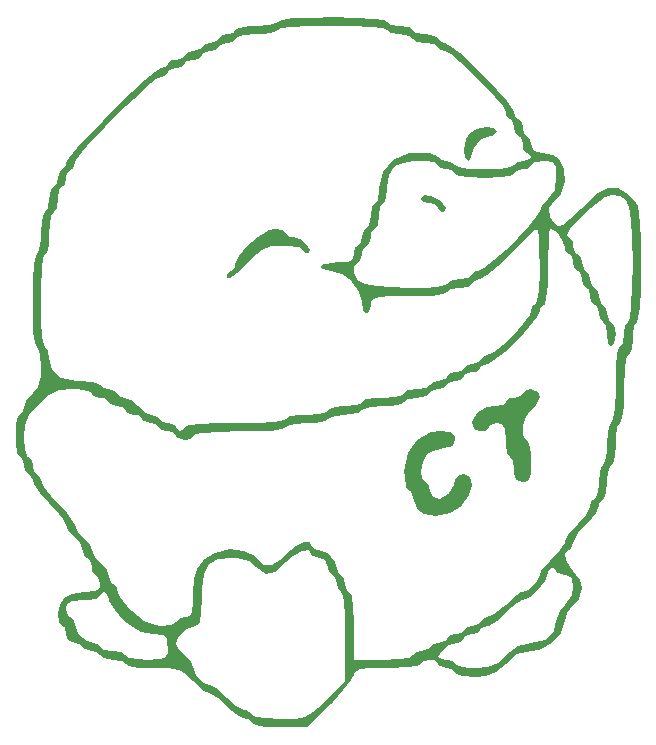
<source format=gbr>
%TF.GenerationSoftware,KiCad,Pcbnew,(7.0.0)*%
%TF.CreationDate,2023-10-03T20:22:14+02:00*%
%TF.ProjectId,qorthoz,716f7274-686f-47a2-9e6b-696361645f70,rev?*%
%TF.SameCoordinates,Original*%
%TF.FileFunction,Legend,Top*%
%TF.FilePolarity,Positive*%
%FSLAX46Y46*%
G04 Gerber Fmt 4.6, Leading zero omitted, Abs format (unit mm)*
G04 Created by KiCad (PCBNEW (7.0.0)) date 2023-10-03 20:22:14*
%MOMM*%
%LPD*%
G01*
G04 APERTURE LIST*
G04 APERTURE END LIST*
%TO.C,G\u002A\u002A\u002A*%
G36*
X132554363Y-46157822D02*
G01*
X133214036Y-46498796D01*
X133330835Y-46604464D01*
X133801364Y-47221725D01*
X133657356Y-47506679D01*
X133484155Y-47524384D01*
X133136804Y-47252147D01*
X133126408Y-47166637D01*
X132826778Y-46875974D01*
X132410915Y-46808891D01*
X131829589Y-46659075D01*
X131695422Y-46451144D01*
X131956158Y-46133313D01*
X132554363Y-46157822D01*
G37*
G36*
X137857233Y-40443066D02*
G01*
X138134859Y-40727200D01*
X137843377Y-41040452D01*
X137572686Y-41084947D01*
X136764526Y-41387649D01*
X136146086Y-42093669D01*
X135988380Y-42669253D01*
X135802892Y-43161506D01*
X135630634Y-43231426D01*
X135364461Y-42924511D01*
X135272887Y-42311506D01*
X135464205Y-41403885D01*
X135783954Y-40880520D01*
X136400118Y-40533900D01*
X137185122Y-40381957D01*
X137857233Y-40443066D01*
G37*
G36*
X120019244Y-49076361D02*
G01*
X120247535Y-49313116D01*
X120539017Y-49626368D01*
X120809708Y-49670862D01*
X121436408Y-49867797D01*
X121999491Y-50315857D01*
X122278462Y-50800923D01*
X122208752Y-51029447D01*
X121874410Y-51002034D01*
X121778605Y-50833538D01*
X121329094Y-50539928D01*
X120353719Y-50394321D01*
X120010802Y-50386355D01*
X118984422Y-50456337D01*
X118212490Y-50759441D01*
X117403713Y-51435405D01*
X117027817Y-51817341D01*
X116093662Y-52747173D01*
X115538227Y-53174699D01*
X115282358Y-53147411D01*
X115239084Y-52890581D01*
X115511321Y-52543230D01*
X115596831Y-52532834D01*
X115912275Y-52242255D01*
X115954577Y-51984290D01*
X116237290Y-51281177D01*
X116944352Y-50439484D01*
X117864149Y-49648472D01*
X118785065Y-49097402D01*
X119341244Y-48955369D01*
X120019244Y-49076361D01*
G37*
G36*
X134158815Y-66205016D02*
G01*
X134513173Y-66509890D01*
X134557394Y-66842693D01*
X134354417Y-67398057D01*
X133644291Y-67558180D01*
X133637475Y-67558186D01*
X132729853Y-67749504D01*
X132206489Y-68069253D01*
X131859869Y-68685417D01*
X131707926Y-69470421D01*
X131769035Y-70142532D01*
X132053169Y-70420158D01*
X132343832Y-70719788D01*
X132410915Y-71135651D01*
X132653545Y-71714637D01*
X133242774Y-71815560D01*
X133970616Y-71412421D01*
X134046328Y-71340078D01*
X134477687Y-70647099D01*
X134557394Y-70266838D01*
X134856443Y-69801961D01*
X135272887Y-69704665D01*
X135833121Y-69965387D01*
X135992219Y-70621275D01*
X135761593Y-71482915D01*
X135152652Y-72360889D01*
X135110275Y-72404025D01*
X134122189Y-73033526D01*
X132970128Y-73272819D01*
X131923672Y-73096801D01*
X131427113Y-72747002D01*
X131040039Y-72031072D01*
X130979930Y-71687370D01*
X130791373Y-71201681D01*
X130622183Y-71135651D01*
X130409728Y-70815706D01*
X130281545Y-70005369D01*
X130264437Y-69509531D01*
X130533532Y-67929757D01*
X131301507Y-66807751D01*
X132509393Y-66209454D01*
X133289020Y-66127200D01*
X134158815Y-66205016D01*
G37*
G36*
X141600065Y-62804573D02*
G01*
X141712324Y-63186253D01*
X141442406Y-63877909D01*
X140996831Y-64338468D01*
X140561094Y-64903055D01*
X140311610Y-65678428D01*
X140285650Y-66403694D01*
X140520485Y-66817960D01*
X140639084Y-66842693D01*
X140843158Y-67164441D01*
X140972689Y-67987097D01*
X140996831Y-68631426D01*
X140959161Y-69704315D01*
X140799269Y-70239405D01*
X140446831Y-70412504D01*
X140281338Y-70420158D01*
X139757619Y-70251500D01*
X139573226Y-69623963D01*
X139565845Y-69346919D01*
X139462222Y-68593362D01*
X139212549Y-68273762D01*
X139208099Y-68273679D01*
X138984077Y-67956304D01*
X138859474Y-67163462D01*
X138850352Y-66842693D01*
X138790352Y-65906490D01*
X138547840Y-65492725D01*
X138134859Y-65411707D01*
X137553533Y-65561523D01*
X137419366Y-65769454D01*
X137119736Y-66060117D01*
X136703873Y-66127200D01*
X136124887Y-65884571D01*
X136023964Y-65295342D01*
X136427103Y-64567500D01*
X136499447Y-64491788D01*
X137241765Y-64093842D01*
X137930433Y-63980722D01*
X138614878Y-63861366D01*
X138850352Y-63622975D01*
X139149982Y-63332312D01*
X139565845Y-63265229D01*
X140147171Y-63115414D01*
X140281338Y-62907482D01*
X140580968Y-62616819D01*
X140996831Y-62549736D01*
X141600065Y-62804573D01*
G37*
G36*
X98782746Y-55037060D02*
G01*
X99498239Y-55037060D01*
X99529338Y-56812653D01*
X99617092Y-58112018D01*
X99753190Y-58843729D01*
X99855986Y-58972271D01*
X100122159Y-59279186D01*
X100213732Y-59892190D01*
X100458777Y-60948581D01*
X101225706Y-61582379D01*
X102562218Y-61828439D01*
X102871278Y-61834243D01*
X103840184Y-61904255D01*
X104426665Y-62081681D01*
X104506690Y-62191989D01*
X104806320Y-62482652D01*
X105222183Y-62549736D01*
X105803509Y-62699551D01*
X105937676Y-62907482D01*
X106233510Y-63209296D01*
X106574193Y-63265229D01*
X107265849Y-63535147D01*
X107726408Y-63980722D01*
X108369286Y-64539511D01*
X108878624Y-64696215D01*
X109415623Y-64862485D01*
X109515141Y-65053961D01*
X109814771Y-65344624D01*
X110230634Y-65411707D01*
X110811960Y-65561523D01*
X110946127Y-65769454D01*
X111218363Y-66116805D01*
X111303873Y-66127200D01*
X111651224Y-65854964D01*
X111661620Y-65769454D01*
X112005326Y-65612418D01*
X112981901Y-65496231D01*
X114509531Y-65427713D01*
X115954577Y-65411707D01*
X117839015Y-65383065D01*
X119233248Y-65301684D01*
X120055463Y-65174381D01*
X120247535Y-65053961D01*
X120569282Y-64849887D01*
X121391939Y-64720357D01*
X122036268Y-64696215D01*
X123056638Y-64631865D01*
X123704288Y-64467334D01*
X123825000Y-64338468D01*
X124142375Y-64114446D01*
X124935217Y-63989844D01*
X125255986Y-63980722D01*
X126152073Y-63901378D01*
X126650482Y-63703167D01*
X126686972Y-63622975D01*
X127008719Y-63418901D01*
X127831376Y-63289371D01*
X128475704Y-63265229D01*
X129496074Y-63200879D01*
X130143725Y-63036348D01*
X130264437Y-62907482D01*
X130575307Y-62656297D01*
X131324324Y-62549763D01*
X131337676Y-62549736D01*
X132091232Y-62446112D01*
X132410833Y-62196440D01*
X132410915Y-62191989D01*
X132710546Y-61901326D01*
X133126408Y-61834243D01*
X133707735Y-61684428D01*
X133841901Y-61476496D01*
X134141532Y-61185833D01*
X134557394Y-61118750D01*
X135138721Y-60968935D01*
X135272887Y-60761003D01*
X135572517Y-60470340D01*
X135988380Y-60403257D01*
X136569706Y-60253442D01*
X136703873Y-60045510D01*
X136994283Y-59729659D01*
X137249907Y-59687764D01*
X137813983Y-59433311D01*
X138636140Y-58788014D01*
X139539285Y-57928966D01*
X140346325Y-57033262D01*
X140880166Y-56277994D01*
X140996831Y-55940840D01*
X141187099Y-55458751D01*
X141354577Y-55394806D01*
X141525995Y-55057089D01*
X141648272Y-54122236D01*
X141708361Y-52707693D01*
X141712324Y-52175088D01*
X141691892Y-50757155D01*
X141637162Y-49657835D01*
X141557985Y-49036756D01*
X141513639Y-48955369D01*
X141189378Y-49193365D01*
X140497944Y-49827542D01*
X139567925Y-50738182D01*
X139208099Y-51101848D01*
X138175937Y-52089443D01*
X137274888Y-52837173D01*
X136657670Y-53221954D01*
X136544812Y-53248327D01*
X136056155Y-53435488D01*
X135988380Y-53606074D01*
X135677510Y-53857259D01*
X134928493Y-53963793D01*
X134915141Y-53963820D01*
X134161584Y-54067444D01*
X133841984Y-54317116D01*
X133841901Y-54321567D01*
X133504185Y-54492984D01*
X132569332Y-54615262D01*
X131154788Y-54675350D01*
X130622183Y-54679313D01*
X129092458Y-54691268D01*
X128141913Y-54747309D01*
X127634368Y-54877698D01*
X127433645Y-55112696D01*
X127402465Y-55394806D01*
X127252650Y-55976132D01*
X127044718Y-56110299D01*
X126777553Y-55803657D01*
X126686972Y-55199672D01*
X126439403Y-54319912D01*
X125840485Y-53443144D01*
X125808867Y-53410939D01*
X124942516Y-52801326D01*
X124053489Y-52533400D01*
X124020134Y-52532834D01*
X123340078Y-52412368D01*
X123109507Y-52175088D01*
X123239651Y-52083225D01*
X126015191Y-52083225D01*
X126033082Y-52693553D01*
X126367304Y-53367346D01*
X126418662Y-53428692D01*
X126927303Y-53644258D01*
X127912548Y-53809789D01*
X129195059Y-53920999D01*
X130595500Y-53973603D01*
X131934533Y-53963316D01*
X133032822Y-53885852D01*
X133711029Y-53736926D01*
X133841901Y-53606074D01*
X134152772Y-53354888D01*
X134901788Y-53248355D01*
X134915141Y-53248327D01*
X135668697Y-53144704D01*
X135988298Y-52895032D01*
X135988380Y-52890581D01*
X136278599Y-52574276D01*
X136531625Y-52532834D01*
X137023210Y-52286856D01*
X137838075Y-51643637D01*
X138831945Y-50745254D01*
X139860543Y-49733783D01*
X140779594Y-48751300D01*
X141444824Y-47939880D01*
X141711957Y-47441601D01*
X141712324Y-47431111D01*
X141976733Y-46880837D01*
X142427817Y-46451144D01*
X142989280Y-45689993D01*
X143143310Y-44583436D01*
X143094209Y-43699046D01*
X142835658Y-43318663D01*
X142200785Y-43232071D01*
X142070070Y-43231426D01*
X141316514Y-43335049D01*
X140996913Y-43584721D01*
X140996831Y-43589172D01*
X140697201Y-43879835D01*
X140281338Y-43946919D01*
X139700012Y-44096734D01*
X139565845Y-44304665D01*
X139234958Y-44488181D01*
X138348117Y-44614988D01*
X137064050Y-44662412D01*
X137061620Y-44662412D01*
X135777012Y-44615142D01*
X134889361Y-44488451D01*
X134557395Y-44305012D01*
X134557394Y-44304665D01*
X134257764Y-44014002D01*
X133841901Y-43946919D01*
X133260575Y-43797104D01*
X133126408Y-43589172D01*
X132817087Y-43343704D01*
X132050996Y-43238456D01*
X131070944Y-43263586D01*
X130119742Y-43409249D01*
X129440197Y-43665601D01*
X129344517Y-43742492D01*
X128997161Y-44432415D01*
X128835022Y-45429354D01*
X128833451Y-45531225D01*
X128745268Y-46368927D01*
X128527891Y-46795233D01*
X128475704Y-46808891D01*
X128224519Y-47119761D01*
X128117985Y-47868778D01*
X128117958Y-47882130D01*
X128014334Y-48635686D01*
X127764662Y-48955287D01*
X127760211Y-48955369D01*
X127469548Y-49255000D01*
X127402465Y-49670862D01*
X127252650Y-50252189D01*
X127044718Y-50386355D01*
X126754055Y-50685986D01*
X126686972Y-51101848D01*
X126537157Y-51683175D01*
X126329225Y-51817341D01*
X126015191Y-52083225D01*
X123239651Y-52083225D01*
X123426882Y-51951066D01*
X124219724Y-51826464D01*
X124540493Y-51817341D01*
X125476696Y-51757341D01*
X125890461Y-51514829D01*
X125971479Y-51101848D01*
X126121294Y-50520522D01*
X126329225Y-50386355D01*
X126619888Y-50086725D01*
X126686972Y-49670862D01*
X126836787Y-49089536D01*
X127044718Y-48955369D01*
X127295904Y-48644499D01*
X127402437Y-47895482D01*
X127402465Y-47882130D01*
X127506088Y-47128574D01*
X127755760Y-46808973D01*
X127760211Y-46808891D01*
X127995455Y-46494114D01*
X128114407Y-45718865D01*
X128117958Y-45540517D01*
X128418882Y-44127834D01*
X129277692Y-43124502D01*
X130628447Y-42589487D01*
X131500288Y-42515933D01*
X132465994Y-42586321D01*
X133048644Y-42764595D01*
X133126408Y-42873679D01*
X133426039Y-43164342D01*
X133841901Y-43231426D01*
X134423228Y-43381241D01*
X134557394Y-43589172D01*
X134888281Y-43772688D01*
X135775122Y-43899495D01*
X137059190Y-43946919D01*
X137061620Y-43946919D01*
X138346227Y-43899649D01*
X139233878Y-43772958D01*
X139565844Y-43589519D01*
X139565845Y-43589172D01*
X139865475Y-43298509D01*
X140281338Y-43231426D01*
X140862664Y-43081611D01*
X140996831Y-42873679D01*
X140724595Y-42526329D01*
X140639084Y-42515933D01*
X140348421Y-42216303D01*
X140281338Y-41800440D01*
X140131523Y-41219114D01*
X139923591Y-41084947D01*
X139632928Y-40785317D01*
X139565845Y-40369454D01*
X139416030Y-39788128D01*
X139208099Y-39653961D01*
X138891794Y-39363742D01*
X138850352Y-39110716D01*
X138600665Y-38601190D01*
X137947587Y-37774851D01*
X137035091Y-36775673D01*
X136007148Y-35747628D01*
X135007732Y-34834689D01*
X134180815Y-34180828D01*
X133670371Y-33930019D01*
X133669653Y-33930017D01*
X133189339Y-33738898D01*
X133126408Y-33572271D01*
X132815538Y-33321085D01*
X132066521Y-33214552D01*
X132053169Y-33214524D01*
X131299613Y-33110901D01*
X130980012Y-32861229D01*
X130979930Y-32856778D01*
X130669059Y-32605592D01*
X129920043Y-32499059D01*
X129906690Y-32499031D01*
X129153134Y-32395408D01*
X128833533Y-32145736D01*
X128833451Y-32141285D01*
X128488381Y-31988287D01*
X127502357Y-31873951D01*
X125949157Y-31803954D01*
X124182746Y-31783538D01*
X122193768Y-31810082D01*
X120707406Y-31885930D01*
X119797439Y-32005407D01*
X119532042Y-32141285D01*
X119210295Y-32345359D01*
X118387638Y-32474889D01*
X117743310Y-32499031D01*
X116722940Y-32563381D01*
X116075289Y-32727912D01*
X115954577Y-32856778D01*
X115654947Y-33147441D01*
X115239084Y-33214524D01*
X114657758Y-33364339D01*
X114523591Y-33572271D01*
X114223961Y-33862934D01*
X113808099Y-33930017D01*
X113226772Y-34079832D01*
X113092606Y-34287764D01*
X112792975Y-34578427D01*
X112377113Y-34645510D01*
X111795786Y-34795325D01*
X111661620Y-35003257D01*
X111361989Y-35293920D01*
X110946127Y-35361003D01*
X110364800Y-35510818D01*
X110230634Y-35718750D01*
X109940555Y-36035386D01*
X109689428Y-36076496D01*
X109225251Y-36323765D01*
X108401430Y-36987532D01*
X107335025Y-37950738D01*
X106143095Y-39096323D01*
X104942699Y-40307227D01*
X103850898Y-41466392D01*
X102984751Y-42456756D01*
X102461317Y-43161262D01*
X102360211Y-43405713D01*
X102168464Y-43884726D01*
X102002465Y-43946919D01*
X101711802Y-44246549D01*
X101644718Y-44662412D01*
X101494903Y-45243738D01*
X101286972Y-45377905D01*
X101035786Y-45688775D01*
X100929253Y-46437792D01*
X100929225Y-46451144D01*
X100825602Y-47204701D01*
X100575930Y-47524301D01*
X100571479Y-47524384D01*
X100367405Y-47846131D01*
X100237875Y-48668787D01*
X100213732Y-49313116D01*
X100149383Y-50333486D01*
X99984852Y-50981137D01*
X99855986Y-51101848D01*
X99694568Y-51443930D01*
X99576444Y-52409224D01*
X99509925Y-53906306D01*
X99498239Y-55037060D01*
X98782746Y-55037060D01*
X98813845Y-53261466D01*
X98901599Y-51962101D01*
X99037697Y-51230390D01*
X99140493Y-51101848D01*
X99344567Y-50780101D01*
X99474097Y-49957444D01*
X99498239Y-49313116D01*
X99562589Y-48292746D01*
X99727120Y-47645095D01*
X99855986Y-47524384D01*
X100107171Y-47213513D01*
X100213705Y-46464497D01*
X100213732Y-46451144D01*
X100317356Y-45697588D01*
X100567028Y-45377987D01*
X100571479Y-45377905D01*
X100862142Y-45078274D01*
X100929225Y-44662412D01*
X101079040Y-44081085D01*
X101286972Y-43946919D01*
X101603678Y-43656870D01*
X101644718Y-43406139D01*
X101891624Y-42952411D01*
X102558375Y-42129849D01*
X103534027Y-41049401D01*
X104707631Y-39822013D01*
X105968241Y-38558632D01*
X107204911Y-37370205D01*
X108306693Y-36367678D01*
X109162641Y-35661998D01*
X109661808Y-35364112D01*
X109689854Y-35361003D01*
X110168596Y-35169125D01*
X110230634Y-35003257D01*
X110530264Y-34712594D01*
X110946127Y-34645510D01*
X111527453Y-34495695D01*
X111661620Y-34287764D01*
X111961250Y-33997101D01*
X112377113Y-33930017D01*
X112958439Y-33780202D01*
X113092606Y-33572271D01*
X113392236Y-33281608D01*
X113808099Y-33214524D01*
X114389425Y-33064709D01*
X114523591Y-32856778D01*
X114823222Y-32566115D01*
X115239084Y-32499031D01*
X115820411Y-32349216D01*
X115954577Y-32141285D01*
X116276325Y-31937211D01*
X117098981Y-31807681D01*
X117743310Y-31783538D01*
X118763680Y-31719189D01*
X119411330Y-31554658D01*
X119532042Y-31425792D01*
X119877112Y-31272794D01*
X120863136Y-31158458D01*
X122416336Y-31088461D01*
X124182746Y-31068046D01*
X126171725Y-31094589D01*
X127658087Y-31170437D01*
X128568053Y-31289914D01*
X128833451Y-31425792D01*
X129144321Y-31676977D01*
X129893338Y-31783511D01*
X129906690Y-31783538D01*
X130660246Y-31887162D01*
X130979847Y-32136834D01*
X130979930Y-32141285D01*
X131290800Y-32392470D01*
X132039817Y-32499004D01*
X132053169Y-32499031D01*
X132806725Y-32602655D01*
X133126326Y-32852327D01*
X133126408Y-32856778D01*
X133416568Y-33173221D01*
X133668798Y-33214524D01*
X134160074Y-33463072D01*
X134985999Y-34120004D01*
X136013505Y-35052251D01*
X137109524Y-36126745D01*
X138140987Y-37210418D01*
X138974827Y-38170201D01*
X139477974Y-38873027D01*
X139565845Y-39111571D01*
X139757227Y-39591340D01*
X139923591Y-39653961D01*
X140214255Y-39953591D01*
X140281338Y-40369454D01*
X140431153Y-40950780D01*
X140639084Y-41084947D01*
X140929748Y-41384577D01*
X140996831Y-41800440D01*
X141199809Y-42355803D01*
X141909934Y-42515927D01*
X141916750Y-42515933D01*
X142824372Y-42707251D01*
X143347736Y-43026999D01*
X143782116Y-43886156D01*
X143837731Y-44984031D01*
X143534193Y-45992127D01*
X143143310Y-46451144D01*
X142509785Y-47191132D01*
X142589780Y-47984055D01*
X142963594Y-48469014D01*
X143298089Y-48695287D01*
X143690052Y-48620685D01*
X144276365Y-48169239D01*
X145193912Y-47264980D01*
X145265720Y-47191348D01*
X146502089Y-46053959D01*
X147488627Y-45501456D01*
X148346050Y-45506661D01*
X149195075Y-46042396D01*
X149420134Y-46256010D01*
X149773294Y-46642309D01*
X150016379Y-47060276D01*
X150169900Y-47643616D01*
X150254369Y-48526036D01*
X150290299Y-49841243D01*
X150298201Y-51722944D01*
X150298239Y-51979953D01*
X150272716Y-54024304D01*
X150199588Y-55559834D01*
X150084019Y-56516611D01*
X149940493Y-56825792D01*
X149716471Y-57143167D01*
X149591869Y-57936009D01*
X149582746Y-58256778D01*
X149503403Y-59152865D01*
X149305192Y-59651274D01*
X149225000Y-59687764D01*
X149047835Y-60022480D01*
X148923338Y-60936296D01*
X148868446Y-62293709D01*
X148867253Y-62549736D01*
X148825414Y-63967055D01*
X148711187Y-64963033D01*
X148541510Y-65402168D01*
X148509507Y-65411707D01*
X148305433Y-65733455D01*
X148175903Y-66556111D01*
X148151761Y-67200440D01*
X148087411Y-68220810D01*
X147922880Y-68868461D01*
X147794014Y-68989172D01*
X147569992Y-69306547D01*
X147445390Y-70099389D01*
X147436268Y-70420158D01*
X147356924Y-71316245D01*
X147158713Y-71814655D01*
X147078521Y-71851144D01*
X146766826Y-72143252D01*
X146720775Y-72423106D01*
X146474996Y-73015918D01*
X145863410Y-73784261D01*
X145647535Y-73997623D01*
X144965982Y-74765272D01*
X144596259Y-75436577D01*
X144574296Y-75572140D01*
X144391590Y-76070475D01*
X144216549Y-76144102D01*
X143885121Y-76393866D01*
X143913982Y-76971836D01*
X144251735Y-77621032D01*
X144574296Y-77932834D01*
X145132714Y-78678813D01*
X145289789Y-79363820D01*
X145021275Y-80271706D01*
X144574296Y-80794806D01*
X144010776Y-81521656D01*
X143858803Y-82142156D01*
X143539874Y-83160278D01*
X142730579Y-84054173D01*
X141652158Y-84625115D01*
X140977750Y-84730017D01*
X139835112Y-85008717D01*
X138850352Y-85803257D01*
X138046419Y-86510564D01*
X137181037Y-86819449D01*
X136202595Y-86876496D01*
X135230328Y-86806876D01*
X134639827Y-86630334D01*
X134557394Y-86518750D01*
X134257764Y-86228087D01*
X133841901Y-86161003D01*
X133260575Y-86011188D01*
X133126408Y-85803257D01*
X132826778Y-85512594D01*
X132410915Y-85445510D01*
X131829589Y-85595325D01*
X131695422Y-85803257D01*
X131360706Y-85980422D01*
X130446890Y-86104919D01*
X129089477Y-86159811D01*
X128833451Y-86161003D01*
X127369008Y-86185573D01*
X126490044Y-86275621D01*
X126067717Y-86455654D01*
X125971479Y-86705400D01*
X125731829Y-87205112D01*
X125097838Y-88031558D01*
X124196942Y-89021903D01*
X124011650Y-89209625D01*
X122051822Y-91169454D01*
X119718693Y-91169454D01*
X118500489Y-91119059D01*
X117666098Y-90985488D01*
X117385563Y-90811707D01*
X117093455Y-90500013D01*
X116813602Y-90453961D01*
X116220790Y-90208182D01*
X115452447Y-89596596D01*
X115239084Y-89380722D01*
X114509432Y-88703230D01*
X113921135Y-88331695D01*
X113808099Y-88307482D01*
X113311175Y-88065042D01*
X112598364Y-87460746D01*
X112377113Y-87234243D01*
X111764138Y-86648731D01*
X111151837Y-86325912D01*
X110299432Y-86188952D01*
X109013863Y-86161003D01*
X107784822Y-86111139D01*
X106941785Y-85978722D01*
X106653169Y-85803257D01*
X106342299Y-85552071D01*
X105593282Y-85445538D01*
X105579930Y-85445510D01*
X104826373Y-85341887D01*
X104506773Y-85092215D01*
X104506690Y-85087764D01*
X104207060Y-84797101D01*
X103791197Y-84730017D01*
X103209871Y-84580202D01*
X103075704Y-84372271D01*
X102776074Y-84081608D01*
X102360211Y-84014524D01*
X101762307Y-83761559D01*
X101644718Y-83299031D01*
X101494903Y-82717705D01*
X101286972Y-82583538D01*
X100999342Y-82295189D01*
X100942762Y-81617961D01*
X101035382Y-81152553D01*
X101644718Y-81152553D01*
X101794533Y-81733879D01*
X102002465Y-81868046D01*
X102315717Y-82159527D01*
X102360211Y-82430219D01*
X102662913Y-83238379D01*
X103368933Y-83856819D01*
X103944517Y-84014524D01*
X104436770Y-84200013D01*
X104506690Y-84372271D01*
X104817560Y-84623456D01*
X105566577Y-84729990D01*
X105579930Y-84730017D01*
X106333486Y-84833641D01*
X106653087Y-85083313D01*
X106653169Y-85087764D01*
X106974916Y-85291838D01*
X107797573Y-85421368D01*
X108441901Y-85445510D01*
X109500787Y-85422062D01*
X110028815Y-85277893D01*
X110210549Y-84902263D01*
X110230634Y-84372271D01*
X110203515Y-84088868D01*
X110946127Y-84088868D01*
X111211150Y-84654588D01*
X111661620Y-85087764D01*
X112216458Y-85666648D01*
X112377113Y-86086659D01*
X112650503Y-86778870D01*
X113264933Y-87385096D01*
X113817887Y-87591989D01*
X114308311Y-87834202D01*
X115017317Y-88438002D01*
X115239084Y-88665229D01*
X116006734Y-89346782D01*
X116678039Y-89716505D01*
X116813602Y-89738468D01*
X117311936Y-89921174D01*
X117385563Y-90096215D01*
X117714248Y-90282974D01*
X118585524Y-90410903D01*
X119720330Y-90453961D01*
X121003624Y-90429921D01*
X121849762Y-90282354D01*
X122537003Y-89898093D01*
X123343610Y-89163968D01*
X123655541Y-88853516D01*
X125255986Y-87253071D01*
X125255986Y-83487319D01*
X125223572Y-81764934D01*
X125132451Y-80511526D01*
X124991807Y-79823750D01*
X124898239Y-79721567D01*
X124607576Y-79421936D01*
X124540493Y-79006074D01*
X124390678Y-78424747D01*
X124182746Y-78290581D01*
X123892083Y-77990951D01*
X123825000Y-77575088D01*
X123572035Y-76977183D01*
X123109507Y-76859595D01*
X122528181Y-76709780D01*
X122394014Y-76501848D01*
X122161867Y-76151753D01*
X121575125Y-76239169D01*
X120798337Y-76709246D01*
X120247535Y-77217341D01*
X119313220Y-78041305D01*
X118576756Y-78234050D01*
X117929852Y-77811046D01*
X117743310Y-77575088D01*
X117116548Y-77066815D01*
X116085460Y-76869323D01*
X115671175Y-76859595D01*
X114454429Y-76964151D01*
X113682915Y-77358732D01*
X113263850Y-78164709D01*
X113104449Y-79503453D01*
X113092606Y-80232633D01*
X113060330Y-81532528D01*
X112941087Y-82259543D01*
X112701248Y-82554298D01*
X112530433Y-82583538D01*
X111755499Y-82866541D01*
X111130323Y-83519099D01*
X110946127Y-84088868D01*
X110203515Y-84088868D01*
X110161862Y-83653570D01*
X109811446Y-83356999D01*
X108966596Y-83299031D01*
X107940198Y-83135000D01*
X106992413Y-82550322D01*
X106462371Y-82058844D01*
X105733689Y-81224784D01*
X105287725Y-80511233D01*
X105222183Y-80270111D01*
X105032675Y-79786430D01*
X104864437Y-79721567D01*
X104517086Y-79993803D01*
X104506690Y-80079313D01*
X104189315Y-80303335D01*
X103396473Y-80427937D01*
X103075704Y-80437060D01*
X102139501Y-80497060D01*
X101725736Y-80739572D01*
X101644718Y-81152553D01*
X101035382Y-81152553D01*
X101098859Y-80833586D01*
X101440292Y-80232633D01*
X102130215Y-79885277D01*
X103127153Y-79723138D01*
X103229024Y-79721567D01*
X104102696Y-79644978D01*
X104460551Y-79344309D01*
X104506690Y-79006074D01*
X104356875Y-78424747D01*
X104148944Y-78290581D01*
X103858280Y-77990951D01*
X103791197Y-77575088D01*
X103641382Y-76993762D01*
X103433451Y-76859595D01*
X103131637Y-76563760D01*
X103075704Y-76223078D01*
X102805786Y-75531421D01*
X102360211Y-75070862D01*
X101805307Y-74490952D01*
X101644718Y-74069473D01*
X101402726Y-73567541D01*
X100780179Y-72793035D01*
X100213732Y-72208891D01*
X99417849Y-71348165D01*
X98898304Y-70602049D01*
X98782746Y-70269332D01*
X98597975Y-69775524D01*
X98425000Y-69704665D01*
X98134337Y-69405035D01*
X98067253Y-68989172D01*
X97917438Y-68407846D01*
X97709507Y-68273679D01*
X97505433Y-67951932D01*
X97375903Y-67129275D01*
X97358016Y-66651895D01*
X98067253Y-66651895D01*
X98137818Y-67616105D01*
X98316491Y-68196961D01*
X98425000Y-68273679D01*
X98715663Y-68573309D01*
X98782746Y-68989172D01*
X98932561Y-69570498D01*
X99140493Y-69704665D01*
X99453346Y-69996308D01*
X99498239Y-70269332D01*
X99741629Y-70817236D01*
X100367419Y-71623508D01*
X100929225Y-72208891D01*
X101723031Y-73053714D01*
X102242647Y-73764259D01*
X102360211Y-74069473D01*
X102625315Y-74637229D01*
X103075704Y-75070862D01*
X103632482Y-75680545D01*
X103791197Y-76144102D01*
X104058612Y-76770707D01*
X104506690Y-77217341D01*
X105065479Y-77860218D01*
X105222183Y-78369557D01*
X105388453Y-78906556D01*
X105579930Y-79006074D01*
X105895374Y-79296653D01*
X105937676Y-79554618D01*
X106175922Y-80115166D01*
X106780901Y-80917398D01*
X107177864Y-81343351D01*
X108191146Y-82189447D01*
X109143323Y-82545702D01*
X109682089Y-82583538D01*
X110514422Y-82494473D01*
X110934023Y-82275208D01*
X110946127Y-82225792D01*
X111245757Y-81935129D01*
X111661620Y-81868046D01*
X112073773Y-81783348D01*
X112289252Y-81416583D01*
X112369011Y-80598745D01*
X112377113Y-79884179D01*
X112440830Y-78604165D01*
X112687927Y-77759199D01*
X113202315Y-77075785D01*
X113255218Y-77022207D01*
X114267530Y-76383172D01*
X115498310Y-76109845D01*
X116694832Y-76211381D01*
X117604371Y-76696938D01*
X117743310Y-76859595D01*
X118384496Y-77458487D01*
X119083799Y-77446122D01*
X119949510Y-76807030D01*
X120247535Y-76501848D01*
X121059573Y-75803691D01*
X121793045Y-75451036D01*
X122283402Y-75498731D01*
X122394014Y-75786355D01*
X122685496Y-76099607D01*
X122956187Y-76144102D01*
X123764347Y-76446804D01*
X124382787Y-77152824D01*
X124540493Y-77728408D01*
X124725981Y-78220661D01*
X124898239Y-78290581D01*
X125188902Y-78590211D01*
X125255986Y-79006074D01*
X125405801Y-79587400D01*
X125613732Y-79721567D01*
X125790897Y-80056283D01*
X125915394Y-80970099D01*
X125970286Y-82327512D01*
X125971479Y-82583538D01*
X125971479Y-85445510D01*
X128475704Y-85445510D01*
X129760311Y-85398241D01*
X130647962Y-85271549D01*
X130703094Y-85241084D01*
X133126408Y-85241084D01*
X133427161Y-85407407D01*
X133841901Y-85445510D01*
X134423228Y-85595325D01*
X134557394Y-85803257D01*
X134877565Y-86014675D01*
X135689442Y-86143078D01*
X136202595Y-86161003D01*
X137374117Y-86067582D01*
X138199132Y-85691283D01*
X138850352Y-85087764D01*
X139920679Y-84249579D01*
X140987042Y-84014524D01*
X142212055Y-83756709D01*
X142951939Y-83027189D01*
X143143310Y-82151448D01*
X143419482Y-81289815D01*
X143858803Y-80794806D01*
X144436390Y-79999942D01*
X144574296Y-79284844D01*
X144441104Y-78535289D01*
X143959398Y-78293629D01*
X143858803Y-78290581D01*
X143277477Y-78140766D01*
X143143310Y-77932834D01*
X142871074Y-77585484D01*
X142785563Y-77575088D01*
X142470820Y-77865959D01*
X142427817Y-78127969D01*
X142176124Y-78756393D01*
X141576826Y-79516806D01*
X140863594Y-80160050D01*
X140270099Y-80436967D01*
X140262257Y-80437060D01*
X139777998Y-80679058D01*
X139072606Y-81282387D01*
X138850352Y-81510299D01*
X138082703Y-82191853D01*
X137411398Y-82561575D01*
X137275835Y-82583538D01*
X136777500Y-82766244D01*
X136703873Y-82941285D01*
X136404243Y-83231948D01*
X135988380Y-83299031D01*
X135407054Y-83448846D01*
X135272887Y-83656778D01*
X134981405Y-83970030D01*
X134710714Y-84014524D01*
X134071294Y-84232215D01*
X133435153Y-84717515D01*
X133127352Y-85218762D01*
X133126408Y-85241084D01*
X130703094Y-85241084D01*
X130979928Y-85088111D01*
X130979930Y-85087764D01*
X131279560Y-84797101D01*
X131695422Y-84730017D01*
X132276749Y-84580202D01*
X132410915Y-84372271D01*
X132710546Y-84081608D01*
X133126408Y-84014524D01*
X133707735Y-83864709D01*
X133841901Y-83656778D01*
X134141532Y-83366115D01*
X134557394Y-83299031D01*
X135138721Y-83149216D01*
X135272887Y-82941285D01*
X135572517Y-82650622D01*
X135988380Y-82583538D01*
X136569706Y-82433723D01*
X136703873Y-82225792D01*
X136995981Y-81914097D01*
X137275835Y-81868046D01*
X137868647Y-81622267D01*
X138636990Y-81010681D01*
X138850352Y-80794806D01*
X139577446Y-80117592D01*
X140160150Y-79745937D01*
X140271549Y-79721567D01*
X140918568Y-79443733D01*
X141505035Y-78827652D01*
X141712324Y-78280792D01*
X141954537Y-77790368D01*
X142558337Y-77081362D01*
X142785563Y-76859595D01*
X143463055Y-76129942D01*
X143834590Y-75541646D01*
X143858803Y-75428609D01*
X144101243Y-74931686D01*
X144705539Y-74218874D01*
X144932042Y-73997623D01*
X145613596Y-73229974D01*
X145983318Y-72558669D01*
X146005282Y-72423106D01*
X146187987Y-71924771D01*
X146363028Y-71851144D01*
X146587050Y-71533769D01*
X146711652Y-70740927D01*
X146720775Y-70420158D01*
X146800118Y-69524071D01*
X146998329Y-69025662D01*
X147078521Y-68989172D01*
X147282595Y-68667425D01*
X147412125Y-67844768D01*
X147436268Y-67200440D01*
X147500617Y-66180070D01*
X147665148Y-65532419D01*
X147794014Y-65411707D01*
X147965431Y-65073991D01*
X148087709Y-64139138D01*
X148147798Y-62724594D01*
X148151761Y-62191989D01*
X148189285Y-60649233D01*
X148293157Y-59548734D01*
X148450329Y-59007936D01*
X148509507Y-58972271D01*
X148760692Y-58661400D01*
X148867226Y-57912384D01*
X148867253Y-57899031D01*
X148970877Y-57145475D01*
X149220549Y-56825874D01*
X149225000Y-56825792D01*
X149375829Y-56480038D01*
X149489144Y-55489283D01*
X149559806Y-53923284D01*
X149582746Y-51970661D01*
X149560636Y-49777507D01*
X149474555Y-48200805D01*
X149294883Y-47142339D01*
X148991998Y-46503894D01*
X148536276Y-46187254D01*
X147898097Y-46094203D01*
X147810153Y-46093398D01*
X147252204Y-46300266D01*
X146477662Y-46830467D01*
X145628914Y-47548394D01*
X144848345Y-48318438D01*
X144278341Y-49004992D01*
X144061290Y-49472449D01*
X144142411Y-49586525D01*
X144503353Y-50017153D01*
X144574296Y-50416168D01*
X144729921Y-50981109D01*
X144932042Y-51101848D01*
X145222705Y-51401478D01*
X145289789Y-51817341D01*
X145439604Y-52398668D01*
X145647535Y-52532834D01*
X145938198Y-52832464D01*
X146005282Y-53248327D01*
X146155097Y-53829653D01*
X146363028Y-53963820D01*
X146653691Y-54263450D01*
X146720775Y-54679313D01*
X146870590Y-55260639D01*
X147078521Y-55394806D01*
X147369184Y-55694436D01*
X147436268Y-56110299D01*
X147586083Y-56691625D01*
X147794014Y-56825792D01*
X148045199Y-57136662D01*
X148151733Y-57885679D01*
X148151761Y-57899031D01*
X148048137Y-58652588D01*
X147798465Y-58972188D01*
X147794014Y-58972271D01*
X147542829Y-58661400D01*
X147436295Y-57912384D01*
X147436268Y-57899031D01*
X147332644Y-57145475D01*
X147082972Y-56825874D01*
X147078521Y-56825792D01*
X146787858Y-56526162D01*
X146720775Y-56110299D01*
X146570960Y-55528973D01*
X146363028Y-55394806D01*
X146072365Y-55095176D01*
X146005282Y-54679313D01*
X145855467Y-54097987D01*
X145647535Y-53963820D01*
X145356872Y-53664190D01*
X145289789Y-53248327D01*
X145139974Y-52667001D01*
X144932042Y-52532834D01*
X144641379Y-52233204D01*
X144574296Y-51817341D01*
X144424481Y-51236015D01*
X144216549Y-51101848D01*
X143903297Y-50810366D01*
X143858803Y-50539675D01*
X143641112Y-49900255D01*
X143155812Y-49264114D01*
X142654565Y-48956313D01*
X142632243Y-48955369D01*
X142542216Y-49286476D01*
X142472418Y-50173376D01*
X142432984Y-51456443D01*
X142427817Y-52175088D01*
X142390293Y-53717844D01*
X142286420Y-54818343D01*
X142129249Y-55359141D01*
X142070070Y-55394806D01*
X141753953Y-55685104D01*
X141712324Y-55939203D01*
X141472674Y-56438915D01*
X140838683Y-57265361D01*
X139937787Y-58255706D01*
X139752495Y-58443428D01*
X138749702Y-59379653D01*
X137880755Y-60072490D01*
X137308492Y-60394505D01*
X137248270Y-60403257D01*
X136767222Y-60594024D01*
X136703873Y-60761003D01*
X136404243Y-61051666D01*
X135988380Y-61118750D01*
X135407054Y-61268565D01*
X135272887Y-61476496D01*
X134973257Y-61767159D01*
X134557394Y-61834243D01*
X133976068Y-61984058D01*
X133841901Y-62191989D01*
X133542271Y-62482652D01*
X133126408Y-62549736D01*
X132545082Y-62699551D01*
X132410915Y-62907482D01*
X132100045Y-63158668D01*
X131351028Y-63265201D01*
X131337676Y-63265229D01*
X130584120Y-63368852D01*
X130264519Y-63618524D01*
X130264437Y-63622975D01*
X129942689Y-63827049D01*
X129120033Y-63956579D01*
X128475704Y-63980722D01*
X127455334Y-64045071D01*
X126807683Y-64209602D01*
X126686972Y-64338468D01*
X126369597Y-64562490D01*
X125576755Y-64687092D01*
X125255986Y-64696215D01*
X124359899Y-64775558D01*
X123861489Y-64973769D01*
X123825000Y-65053961D01*
X123503253Y-65258035D01*
X122680596Y-65387565D01*
X122036268Y-65411707D01*
X121015897Y-65476057D01*
X120368247Y-65640588D01*
X120247535Y-65769454D01*
X119905454Y-65930872D01*
X118940160Y-66048996D01*
X117443077Y-66115515D01*
X116312324Y-66127200D01*
X114536730Y-66158299D01*
X113237366Y-66246053D01*
X112505654Y-66382151D01*
X112377113Y-66484947D01*
X112077482Y-66775610D01*
X111661620Y-66842693D01*
X111080293Y-66692878D01*
X110946127Y-66484947D01*
X110646497Y-66194284D01*
X110230634Y-66127200D01*
X109649308Y-65977385D01*
X109515141Y-65769454D01*
X109215511Y-65478791D01*
X108799648Y-65411707D01*
X108218322Y-65261892D01*
X108084155Y-65053961D01*
X107784525Y-64763298D01*
X107368662Y-64696215D01*
X106787336Y-64546399D01*
X106653169Y-64338468D01*
X106353539Y-64047805D01*
X105937676Y-63980722D01*
X105356350Y-63830906D01*
X105222183Y-63622975D01*
X104922553Y-63332312D01*
X104506690Y-63265229D01*
X103925364Y-63115414D01*
X103791197Y-62907482D01*
X103471304Y-62694789D01*
X102661321Y-62566659D01*
X102169413Y-62549736D01*
X101042900Y-62639503D01*
X100197785Y-63010594D01*
X99307441Y-63789923D01*
X98514636Y-64700117D01*
X98152147Y-65547879D01*
X98067253Y-66651895D01*
X97358016Y-66651895D01*
X97351761Y-66484947D01*
X97416110Y-65464577D01*
X97580641Y-64816926D01*
X97709507Y-64696215D01*
X98011321Y-64400380D01*
X98067253Y-64059697D01*
X98337172Y-63368041D01*
X98782746Y-62907482D01*
X99261025Y-62347164D01*
X99471145Y-61435428D01*
X99498239Y-60682027D01*
X99431094Y-59687859D01*
X99260168Y-59071249D01*
X99140493Y-58972271D01*
X98979075Y-58630190D01*
X98860951Y-57664896D01*
X98794432Y-56167813D01*
X98782746Y-55037060D01*
G37*
%TD*%
M02*

</source>
